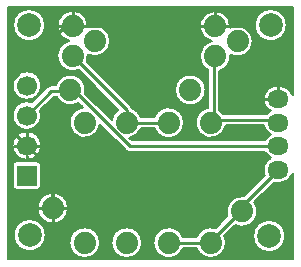
<source format=gbl>
G04 Layer: BottomLayer*
G04 EasyEDA Pro v2.2.40.8, 2025-10-31 20:04:37*
G04 Gerber Generator version 0.3*
G04 Scale: 100 percent, Rotated: No, Reflected: No*
G04 Dimensions in millimeters*
G04 Leading zeros omitted, absolute positions, 4 integers and 5 decimals*
G04 Generated by one-click*
%FSLAX45Y45*%
%MOMM*%
%ADD10C,0.2032*%
%ADD11C,0.254*%
%ADD12C,2.0*%
%ADD13C,1.8796*%
%ADD14R,1.7X1.7*%
%ADD15C,1.7*%
%ADD16C,1.88*%
%ADD17O,1.8022X1.5*%
%ADD18O,1.8X1.5*%
G75*


G04 Copper Start*
G36*
G01X-58340Y2185710D02*
G01X-58340Y1438606D01*
G01X-65880Y1457394D01*
G01X-76712Y1474497D01*
G01X-90475Y1489344D01*
G01X-106710Y1501439D01*
G01X-124874Y1510379D01*
G01X-144361Y1515865D01*
G01X-164521Y1517715D01*
G01X-194521Y1517715D01*
G01X-214332Y1515929D01*
G01X-233505Y1510631D01*
G01X-251421Y1501991D01*
G01X-267504Y1490286D01*
G01X-281236Y1475896D01*
G01X-292174Y1459282D01*
G01X-299965Y1440980D01*
G01X-304359Y1421580D01*
G01X-305213Y1401707D01*
G01X-302502Y1382002D01*
G01X-296311Y1363099D01*
G01X-286840Y1345607D01*
G01X-274395Y1330090D01*
G01X-259376Y1317048D01*
G01X-242268Y1306901D01*
G01X-255138Y1299666D01*
G01X-266932Y1290785D01*
G01X-277440Y1280414D01*
G01X-645808Y1280414D01*
G01X-655397Y1292625D01*
G01X-666375Y1303603D01*
G01X-678586Y1313192D01*
G01X-678586Y1644318D01*
G01X-657834Y1652531D01*
G01X-638796Y1664178D01*
G01X-622035Y1678913D01*
G01X-608046Y1696303D01*
G01X-597243Y1715831D01*
G01X-589945Y1736922D01*
G01X-586367Y1758951D01*
G01X-586617Y1781267D01*
G01X-566145Y1772464D01*
G01X-544469Y1767293D01*
G01X-522227Y1765906D01*
G01X-500076Y1768344D01*
G01X-478669Y1774534D01*
G01X-458636Y1784296D01*
G01X-440568Y1797341D01*
G01X-424998Y1813283D01*
G01X-412385Y1831655D01*
G01X-403100Y1851913D01*
G01X-397417Y1873461D01*
G01X-395504Y1895663D01*
G01X-397417Y1917866D01*
G01X-403100Y1939413D01*
G01X-412385Y1959672D01*
G01X-424998Y1978043D01*
G01X-440568Y1993986D01*
G01X-458636Y2007030D01*
G01X-478669Y2016792D01*
G01X-500076Y2022983D01*
G01X-522227Y2025421D01*
G01X-544469Y2024033D01*
G01X-566145Y2018862D01*
G01X-586617Y2010059D01*
G01X-586425Y2032000D01*
G01X-380314Y2032000D01*
G01X-378462Y2009646D01*
G01X-372955Y1987901D01*
G01X-363945Y1967360D01*
G01X-351676Y1948581D01*
G01X-336484Y1932078D01*
G01X-318783Y1918301D01*
G01X-299056Y1907625D01*
G01X-277840Y1900342D01*
G01X-255715Y1896650D01*
G01X-233284Y1896650D01*
G01X-211160Y1900342D01*
G01X-189944Y1907625D01*
G01X-170217Y1918301D01*
G01X-152516Y1932078D01*
G01X-137324Y1948581D01*
G01X-125055Y1967360D01*
G01X-116045Y1987901D01*
G01X-110538Y2009646D01*
G01X-108686Y2032000D01*
G01X-108686Y2032000D01*
G01X-110538Y2054354D01*
G01X-116045Y2076099D01*
G01X-125055Y2096640D01*
G01X-137324Y2115419D01*
G01X-152516Y2131922D01*
G01X-170217Y2145699D01*
G01X-189944Y2156375D01*
G01X-211160Y2163658D01*
G01X-233284Y2167350D01*
G01X-255715Y2167350D01*
G01X-277840Y2163658D01*
G01X-299056Y2156375D01*
G01X-318783Y2145699D01*
G01X-336484Y2131922D01*
G01X-351676Y2115419D01*
G01X-363945Y2096640D01*
G01X-372955Y2076099D01*
G01X-378462Y2054354D01*
G01X-380314Y2032000D01*
G01X-586425Y2032000D01*
G01X-586416Y2033001D01*
G01X-590257Y2055619D01*
G01X-598021Y2077208D01*
G01X-609465Y2097093D01*
G01X-624231Y2114652D01*
G01X-641857Y2129337D01*
G01X-661794Y2140689D01*
G01X-683419Y2148353D01*
G01X-706055Y2152091D01*
G01X-728995Y2151784D01*
G01X-751523Y2147443D01*
G01X-772935Y2139204D01*
G01X-792562Y2127323D01*
G01X-809790Y2112172D01*
G01X-824081Y2094225D01*
G01X-834989Y2074041D01*
G01X-842173Y2052253D01*
G01X-845409Y2029539D01*
G01X-844595Y2006611D01*
G01X-839757Y1984185D01*
G01X-831045Y1962961D01*
G01X-818733Y1943602D01*
G01X-803205Y1926713D01*
G01X-784946Y1912822D01*
G01X-764526Y1902363D01*
G01X-742584Y1895663D01*
G01X-764327Y1889043D01*
G01X-784582Y1878732D01*
G01X-802728Y1865045D01*
G01X-818209Y1848403D01*
G01X-830548Y1829315D01*
G01X-839369Y1808368D01*
G01X-844401Y1786203D01*
G01X-845488Y1763500D01*
G01X-842599Y1740955D01*
G01X-835821Y1719260D01*
G01X-825363Y1699081D01*
G01X-811545Y1681034D01*
G01X-794791Y1665676D01*
G01X-775614Y1653475D01*
G01X-775614Y1334219D01*
G01X-796580Y1328579D01*
G01X-816313Y1319524D01*
G01X-834261Y1307305D01*
G01X-849920Y1292266D01*
G01X-862854Y1274827D01*
G01X-872699Y1255476D01*
G01X-879181Y1234754D01*
G01X-882119Y1213242D01*
G01X-881429Y1191542D01*
G01X-877132Y1170259D01*
G01X-869347Y1149991D01*
G01X-858293Y1131305D01*
G01X-844278Y1114722D01*
G01X-827695Y1100707D01*
G01X-809008Y1089653D01*
G01X-788740Y1081868D01*
G01X-767458Y1077571D01*
G01X-745758Y1076881D01*
G01X-724245Y1079819D01*
G01X-703524Y1086301D01*
G01X-684173Y1096146D01*
G01X-666734Y1109080D01*
G01X-651695Y1124739D01*
G01X-639476Y1142687D01*
G01X-630420Y1162420D01*
G01X-624781Y1183386D01*
G01X-302811Y1183386D01*
G01X-296754Y1164143D01*
G01X-287308Y1146318D01*
G01X-274787Y1130500D01*
G01X-259606Y1117215D01*
G01X-242268Y1106901D01*
G01X-258321Y1097507D01*
G01X-272577Y1085559D01*
G01X-284633Y1071396D01*
G01X-294151Y1055415D01*
G01X-1418678Y1055415D01*
G01X-1441825Y1078563D01*
G01X-1420529Y1084096D01*
G01X-1400473Y1093147D01*
G01X-1382235Y1105456D01*
G01X-1366337Y1120669D01*
G01X-1353238Y1138348D01*
G01X-1343314Y1157986D01*
G01X-1228486Y1157986D01*
G01X-1218379Y1138052D01*
G01X-1205001Y1120148D01*
G01X-1188751Y1104805D01*
G01X-1170109Y1092476D01*
G01X-1149628Y1083529D01*
G01X-1127916Y1078228D01*
G01X-1105617Y1076730D01*
G01X-1083391Y1079080D01*
G01X-1061898Y1085208D01*
G01X-1041775Y1094932D01*
G01X-1023618Y1107964D01*
G01X-1007966Y1123918D01*
G01X-995283Y1142321D01*
G01X-985946Y1162627D01*
G01X-980230Y1184233D01*
G01X-978306Y1206500D01*
G01X-980230Y1228767D01*
G01X-985946Y1250373D01*
G01X-995283Y1270679D01*
G01X-1007966Y1289082D01*
G01X-1023618Y1305036D01*
G01X-1041775Y1318068D01*
G01X-1061898Y1327792D01*
G01X-1083391Y1333920D01*
G01X-1105617Y1336270D01*
G01X-1127916Y1334772D01*
G01X-1149628Y1329471D01*
G01X-1170109Y1320524D01*
G01X-1188751Y1308195D01*
G01X-1205001Y1292852D01*
G01X-1218379Y1274948D01*
G01X-1228486Y1255014D01*
G01X-1343314Y1255014D01*
G01X-1352903Y1274105D01*
G01X-1365494Y1291365D01*
G01X-1380745Y1306325D01*
G01X-1398244Y1318581D01*
G01X-1417517Y1327800D01*
G01X-1422298Y1338231D01*
G01X-1429395Y1347247D01*
G01X-1565508Y1483360D01*
G01X-1055014Y1483360D01*
G01X-1053042Y1460822D01*
G01X-1047186Y1438968D01*
G01X-1037625Y1418463D01*
G01X-1024648Y1399930D01*
G01X-1008650Y1383932D01*
G01X-990117Y1370955D01*
G01X-969612Y1361394D01*
G01X-947758Y1355538D01*
G01X-925220Y1353566D01*
G01X-902681Y1355538D01*
G01X-880828Y1361394D01*
G01X-860323Y1370955D01*
G01X-841790Y1383932D01*
G01X-825792Y1399930D01*
G01X-812815Y1418463D01*
G01X-803253Y1438968D01*
G01X-797398Y1460822D01*
G01X-795426Y1483360D01*
G01X-795426Y1483360D01*
G01X-797398Y1505898D01*
G01X-803253Y1527752D01*
G01X-812815Y1548257D01*
G01X-825792Y1566790D01*
G01X-841790Y1582788D01*
G01X-860323Y1595765D01*
G01X-880828Y1605326D01*
G01X-902681Y1611182D01*
G01X-925220Y1613154D01*
G01X-947758Y1611182D01*
G01X-969612Y1605326D01*
G01X-990117Y1595765D01*
G01X-1008650Y1582788D01*
G01X-1024648Y1566790D01*
G01X-1037625Y1548257D01*
G01X-1047186Y1527752D01*
G01X-1053042Y1505898D01*
G01X-1055014Y1483360D01*
G01X-1565508Y1483360D01*
G01X-1802799Y1720651D01*
G01X-1796027Y1741150D01*
G01X-1792747Y1762489D01*
G01X-1793049Y1784076D01*
G01X-1772577Y1775273D01*
G01X-1750901Y1770101D01*
G01X-1728659Y1768714D01*
G01X-1706508Y1771152D01*
G01X-1685101Y1777343D01*
G01X-1665068Y1787105D01*
G01X-1647000Y1800149D01*
G01X-1631430Y1816092D01*
G01X-1618817Y1834463D01*
G01X-1609532Y1854721D01*
G01X-1603849Y1876269D01*
G01X-1601936Y1898472D01*
G01X-1603849Y1920674D01*
G01X-1609532Y1942222D01*
G01X-1618817Y1962480D01*
G01X-1631430Y1980851D01*
G01X-1647000Y1996794D01*
G01X-1665068Y2009839D01*
G01X-1685101Y2019600D01*
G01X-1706508Y2025791D01*
G01X-1728659Y2028229D01*
G01X-1750901Y2026842D01*
G01X-1772577Y2021671D01*
G01X-1793049Y2012867D01*
G01X-1792848Y2035809D01*
G01X-1796689Y2058428D01*
G01X-1804453Y2080016D01*
G01X-1815897Y2099901D01*
G01X-1830663Y2117460D01*
G01X-1848290Y2132145D01*
G01X-1868227Y2143497D01*
G01X-1889851Y2151162D01*
G01X-1912487Y2154899D01*
G01X-1935427Y2154593D01*
G01X-1957955Y2150252D01*
G01X-1979367Y2142012D01*
G01X-1998994Y2130131D01*
G01X-2016222Y2114981D01*
G01X-2030513Y2097033D01*
G01X-2041421Y2076850D01*
G01X-2048606Y2055061D01*
G01X-2051841Y2032348D01*
G01X-2051027Y2009420D01*
G01X-2046189Y1986993D01*
G01X-2037477Y1965769D01*
G01X-2025165Y1946410D01*
G01X-2009637Y1929522D01*
G01X-1991378Y1915631D01*
G01X-1970958Y1905172D01*
G01X-1949016Y1898472D01*
G01X-1969730Y1892262D01*
G01X-1989125Y1882699D01*
G01X-2006664Y1870048D01*
G01X-2021858Y1854662D01*
G01X-2034288Y1836966D01*
G01X-2043606Y1817452D01*
G01X-2049556Y1796661D01*
G01X-2051971Y1775172D01*
G01X-2050784Y1753580D01*
G01X-2046029Y1732484D01*
G01X-2037838Y1712471D01*
G01X-2026437Y1694095D01*
G01X-2012144Y1677868D01*
G01X-1995355Y1664238D01*
G01X-1976536Y1653585D01*
G01X-1956210Y1646205D01*
G01X-1934940Y1642302D01*
G01X-1913318Y1641984D01*
G01X-1891943Y1645261D01*
G01X-1871408Y1652042D01*
G01X-1534591Y1315224D01*
G01X-1551461Y1302127D01*
G01X-1565954Y1286441D01*
G01X-1577679Y1268590D01*
G01X-1586318Y1249059D01*
G01X-1591637Y1228375D01*
G01X-1815270Y1452007D01*
G01X-1811767Y1473951D01*
G01X-1812060Y1496172D01*
G01X-1816138Y1518017D01*
G01X-1823883Y1538845D01*
G01X-1835068Y1558048D01*
G01X-1849364Y1575061D01*
G01X-1866353Y1589386D01*
G01X-1885537Y1600603D01*
G01X-1906353Y1608383D01*
G01X-1928191Y1612498D01*
G01X-1950410Y1612828D01*
G01X-1972361Y1609363D01*
G01X-1993398Y1602204D01*
G01X-2012906Y1591561D01*
G01X-2030313Y1577747D01*
G01X-2045108Y1561166D01*
G01X-2056858Y1542304D01*
G01X-2065218Y1521714D01*
G01X-2103164Y1521714D01*
G01X-2115720Y1520061D01*
G01X-2127421Y1515214D01*
G01X-2137468Y1507505D01*
G01X-2265560Y1379413D01*
G01X-2286643Y1385503D01*
G01X-2308479Y1387680D01*
G01X-2330349Y1385870D01*
G01X-2351531Y1380135D01*
G01X-2371326Y1370662D01*
G01X-2389081Y1357765D01*
G01X-2404210Y1341869D01*
G01X-2416214Y1323498D01*
G01X-2424697Y1303259D01*
G01X-2429379Y1281820D01*
G01X-2430105Y1259887D01*
G01X-2426852Y1238185D01*
G01X-2419728Y1217429D01*
G01X-2408966Y1198304D01*
G01X-2394922Y1181442D01*
G01X-2378059Y1167398D01*
G01X-2358935Y1156636D01*
G01X-2338179Y1149511D01*
G01X-2316476Y1146258D01*
G01X-2294544Y1146985D01*
G01X-2273104Y1151667D01*
G01X-2252865Y1160150D01*
G01X-2234495Y1172154D01*
G01X-2218599Y1187283D01*
G01X-2205702Y1205038D01*
G01X-2196229Y1224833D01*
G01X-2190493Y1246014D01*
G01X-2188684Y1267884D01*
G01X-2190860Y1289721D01*
G01X-2196951Y1310804D01*
G01X-2083069Y1424686D01*
G01X-2056995Y1424686D01*
G01X-2045764Y1406437D01*
G01X-2031683Y1390285D01*
G01X-2015137Y1376670D01*
G01X-1996576Y1365963D01*
G01X-1976507Y1358455D01*
G01X-1955475Y1354351D01*
G01X-1934056Y1353764D01*
G01X-1912831Y1356709D01*
G01X-1892380Y1363105D01*
G01X-1873261Y1372780D01*
G01X-1835731Y1335250D01*
G01X-1857460Y1330558D01*
G01X-1878070Y1322226D01*
G01X-1896956Y1310500D01*
G01X-1913564Y1295724D01*
G01X-1927406Y1278330D01*
G01X-1938078Y1258828D01*
G01X-1945265Y1237792D01*
G01X-1948758Y1215838D01*
G01X-1948452Y1193610D01*
G01X-1944359Y1171761D01*
G01X-1936596Y1150930D01*
G01X-1925393Y1131729D01*
G01X-1911078Y1114722D01*
G01X-1894071Y1100407D01*
G01X-1874870Y1089204D01*
G01X-1854039Y1081441D01*
G01X-1832189Y1077348D01*
G01X-1809961Y1077042D01*
G01X-1788007Y1080535D01*
G01X-1766971Y1087722D01*
G01X-1747470Y1098394D01*
G01X-1730076Y1112236D01*
G01X-1715300Y1128844D01*
G01X-1703574Y1147730D01*
G01X-1695242Y1168340D01*
G01X-1690550Y1190069D01*
G01X-1473078Y972597D01*
G01X-1463030Y964887D01*
G01X-1451330Y960041D01*
G01X-1438773Y958387D01*
G01X-294151Y958387D01*
G01X-284633Y942407D01*
G01X-272577Y928244D01*
G01X-258321Y916296D01*
G01X-242268Y906902D01*
G01X-258815Y897157D01*
G01X-273432Y884702D01*
G01X-285678Y869911D01*
G01X-295188Y853227D01*
G01X-301674Y835152D01*
G01X-304942Y816229D01*
G01X-304894Y797026D01*
G01X-301532Y778119D01*
G01X-294956Y760077D01*
G01X-470761Y584271D01*
G01X-492855Y585359D01*
G01X-514811Y582680D01*
G01X-535995Y576312D01*
G01X-555790Y566440D01*
G01X-573621Y553351D01*
G01X-588971Y537424D01*
G01X-601395Y519123D01*
G01X-610531Y498978D01*
G01X-616114Y477574D01*
G01X-617982Y455533D01*
G01X-616081Y433495D01*
G01X-610466Y412100D01*
G01X-709576Y312991D01*
G01X-730844Y318475D01*
G01X-752731Y320294D01*
G01X-774613Y318396D01*
G01X-795861Y312837D01*
G01X-815867Y303774D01*
G01X-834059Y291468D01*
G01X-849916Y276271D01*
G01X-862983Y258618D01*
G01X-872886Y239014D01*
G01X-987714Y239014D01*
G01X-997821Y258948D01*
G01X-1011198Y276852D01*
G01X-1027449Y292195D01*
G01X-1046091Y304524D01*
G01X-1066572Y313471D01*
G01X-1088283Y318772D01*
G01X-1110583Y320270D01*
G01X-1132809Y317920D01*
G01X-1154302Y311792D01*
G01X-1174425Y302068D01*
G01X-1192582Y289036D01*
G01X-1208234Y273082D01*
G01X-1220916Y254679D01*
G01X-1230254Y234373D01*
G01X-1235970Y212767D01*
G01X-1237894Y190500D01*
G01X-1235970Y168233D01*
G01X-1230254Y146627D01*
G01X-1220916Y126321D01*
G01X-1208234Y107918D01*
G01X-1192582Y91964D01*
G01X-1174425Y78932D01*
G01X-1154302Y69208D01*
G01X-1132809Y63080D01*
G01X-1110583Y60730D01*
G01X-1088283Y62228D01*
G01X-1066572Y67529D01*
G01X-1046091Y76476D01*
G01X-1027449Y88805D01*
G01X-1011198Y104148D01*
G01X-997821Y122052D01*
G01X-987714Y141986D01*
G01X-872886Y141986D01*
G01X-863537Y123290D01*
G01X-851309Y106338D01*
G01X-836517Y91568D01*
G01X-819547Y79364D01*
G01X-800837Y70043D01*
G01X-780874Y63845D01*
G01X-760175Y60933D01*
G01X-739277Y61381D01*
G01X-718722Y65178D01*
G01X-699043Y72226D01*
G01X-680750Y82340D01*
G01X-664319Y95261D01*
G01X-650174Y110651D01*
G01X-638683Y128112D01*
G01X-630145Y147191D01*
G01X-624779Y167394D01*
G01X-622726Y188196D01*
G01X-624039Y209057D01*
G01X-628684Y229438D01*
G01X-635555Y246380D01*
G01X-393014Y246380D01*
G01X-391162Y224026D01*
G01X-385655Y202281D01*
G01X-376645Y181740D01*
G01X-364376Y162961D01*
G01X-349184Y146458D01*
G01X-331483Y132681D01*
G01X-311756Y122005D01*
G01X-290540Y114722D01*
G01X-268415Y111030D01*
G01X-245984Y111030D01*
G01X-223860Y114722D01*
G01X-202644Y122005D01*
G01X-182917Y132681D01*
G01X-165216Y146458D01*
G01X-150024Y162961D01*
G01X-137755Y181740D01*
G01X-128745Y202281D01*
G01X-123238Y224026D01*
G01X-121386Y246380D01*
G01X-121386Y246380D01*
G01X-123238Y268734D01*
G01X-128745Y290479D01*
G01X-137755Y311020D01*
G01X-150024Y329799D01*
G01X-165216Y346302D01*
G01X-182917Y360079D01*
G01X-202644Y370755D01*
G01X-223860Y378038D01*
G01X-245984Y381730D01*
G01X-268415Y381730D01*
G01X-290540Y378038D01*
G01X-311756Y370755D01*
G01X-331483Y360079D01*
G01X-349184Y346302D01*
G01X-364376Y329799D01*
G01X-376645Y311020D01*
G01X-385655Y290479D01*
G01X-391162Y268734D01*
G01X-393014Y246380D01*
G01X-635555Y246380D01*
G01X-636540Y248808D01*
G01X-545959Y339389D01*
G01X-525806Y331391D01*
G01X-504602Y326860D01*
G01X-482940Y325921D01*
G01X-461423Y328600D01*
G01X-440653Y334824D01*
G01X-421209Y344417D01*
G01X-403632Y357114D01*
G01X-388414Y372559D01*
G01X-375979Y390321D01*
G01X-366673Y409905D01*
G01X-360758Y430765D01*
G01X-358396Y452319D01*
G01X-359656Y473965D01*
G01X-364500Y495099D01*
G01X-372795Y515133D01*
G01X-384308Y533506D01*
G01X-218991Y698823D01*
G01X-206832Y696774D01*
G01X-194521Y696088D01*
G01X-164521Y696088D01*
G01X-144361Y697937D01*
G01X-124874Y703423D01*
G01X-106710Y712363D01*
G01X-90475Y724458D01*
G01X-76712Y739305D01*
G01X-65880Y756408D01*
G01X-58340Y775197D01*
G01X-58340Y48514D01*
G01X-2465250Y48514D01*
G01X-2465250Y254000D01*
G01X-2421361Y254000D01*
G01X-2419508Y231646D01*
G01X-2414002Y209901D01*
G01X-2404992Y189360D01*
G01X-2392723Y170581D01*
G01X-2377531Y154078D01*
G01X-2359830Y140301D01*
G01X-2340102Y129625D01*
G01X-2318887Y122342D01*
G01X-2296762Y118650D01*
G01X-2274331Y118650D01*
G01X-2252206Y122342D01*
G01X-2230991Y129625D01*
G01X-2211263Y140301D01*
G01X-2193562Y154078D01*
G01X-2178370Y170581D01*
G01X-2166102Y189360D01*
G01X-2165602Y190500D01*
G01X-1949094Y190500D01*
G01X-1947122Y167962D01*
G01X-1941266Y146108D01*
G01X-1931705Y125603D01*
G01X-1918728Y107070D01*
G01X-1902730Y91072D01*
G01X-1884197Y78095D01*
G01X-1863692Y68534D01*
G01X-1841838Y62678D01*
G01X-1819300Y60706D01*
G01X-1819300Y60706D01*
G01X-1796761Y62678D01*
G01X-1774908Y68534D01*
G01X-1754403Y78095D01*
G01X-1735870Y91072D01*
G01X-1719872Y107070D01*
G01X-1706895Y125603D01*
G01X-1697333Y146108D01*
G01X-1691478Y167962D01*
G01X-1689506Y190500D01*
G01X-1593494Y190500D01*
G01X-1591522Y167962D01*
G01X-1585666Y146108D01*
G01X-1576105Y125603D01*
G01X-1563128Y107070D01*
G01X-1547130Y91072D01*
G01X-1528597Y78095D01*
G01X-1508092Y68534D01*
G01X-1486238Y62678D01*
G01X-1463700Y60706D01*
G01X-1441161Y62678D01*
G01X-1419308Y68534D01*
G01X-1398803Y78095D01*
G01X-1380270Y91072D01*
G01X-1364272Y107070D01*
G01X-1351295Y125603D01*
G01X-1341733Y146108D01*
G01X-1335878Y167962D01*
G01X-1333906Y190500D01*
G01X-1335878Y213038D01*
G01X-1341733Y234892D01*
G01X-1351295Y255397D01*
G01X-1364272Y273930D01*
G01X-1380270Y289928D01*
G01X-1398803Y302905D01*
G01X-1419308Y312466D01*
G01X-1441161Y318322D01*
G01X-1463700Y320294D01*
G01X-1463700Y320294D01*
G01X-1486238Y318322D01*
G01X-1508092Y312466D01*
G01X-1528597Y302905D01*
G01X-1547130Y289928D01*
G01X-1563128Y273930D01*
G01X-1576105Y255397D01*
G01X-1585666Y234892D01*
G01X-1591522Y213038D01*
G01X-1593494Y190500D01*
G01X-1689506Y190500D01*
G01X-1689506Y190500D01*
G01X-1691478Y213038D01*
G01X-1697333Y234892D01*
G01X-1706895Y255397D01*
G01X-1719872Y273930D01*
G01X-1735870Y289928D01*
G01X-1754403Y302905D01*
G01X-1774908Y312466D01*
G01X-1796761Y318322D01*
G01X-1819300Y320294D01*
G01X-1841838Y318322D01*
G01X-1863692Y312466D01*
G01X-1884197Y302905D01*
G01X-1902730Y289928D01*
G01X-1918728Y273930D01*
G01X-1931705Y255397D01*
G01X-1941266Y234892D01*
G01X-1947122Y213038D01*
G01X-1949094Y190500D01*
G01X-2165602Y190500D01*
G01X-2157091Y209901D01*
G01X-2151585Y231646D01*
G01X-2149733Y254000D01*
G01X-2149733Y254000D01*
G01X-2151585Y276354D01*
G01X-2157091Y298099D01*
G01X-2166102Y318640D01*
G01X-2178370Y337419D01*
G01X-2193562Y353922D01*
G01X-2211263Y367699D01*
G01X-2230991Y378375D01*
G01X-2252206Y385658D01*
G01X-2274331Y389350D01*
G01X-2296762Y389350D01*
G01X-2318887Y385658D01*
G01X-2340102Y378375D01*
G01X-2359830Y367699D01*
G01X-2377531Y353922D01*
G01X-2392723Y337419D01*
G01X-2404992Y318640D01*
G01X-2414002Y298099D01*
G01X-2419508Y276354D01*
G01X-2421361Y254000D01*
G01X-2465250Y254000D01*
G01X-2465250Y482610D01*
G01X-2219424Y482610D01*
G01X-2217452Y460068D01*
G01X-2211595Y438211D01*
G01X-2202032Y417703D01*
G01X-2189053Y399168D01*
G01X-2173053Y383167D01*
G01X-2154517Y370188D01*
G01X-2134009Y360625D01*
G01X-2112152Y354769D01*
G01X-2089610Y352796D01*
G01X-2067068Y354769D01*
G01X-2045211Y360625D01*
G01X-2024703Y370188D01*
G01X-2006167Y383167D01*
G01X-1990167Y399168D01*
G01X-1977188Y417703D01*
G01X-1967625Y438211D01*
G01X-1961768Y460068D01*
G01X-1959796Y482610D01*
G01X-1961768Y505152D01*
G01X-1967625Y527009D01*
G01X-1977188Y547517D01*
G01X-1990167Y566053D01*
G01X-2006167Y582054D01*
G01X-2024703Y595033D01*
G01X-2045211Y604596D01*
G01X-2067068Y610452D01*
G01X-2089610Y612424D01*
G01X-2112152Y610452D01*
G01X-2134009Y604596D01*
G01X-2154517Y595033D01*
G01X-2173053Y582054D01*
G01X-2189053Y566053D01*
G01X-2202032Y547517D01*
G01X-2211595Y527009D01*
G01X-2217452Y505152D01*
G01X-2219424Y482610D01*
G01X-2219424Y482610D01*
G01X-2465250Y482610D01*
G01X-2465250Y843870D01*
G01X-2430307Y843870D01*
G01X-2430307Y673870D01*
G01X-2428554Y662803D01*
G01X-2423467Y652819D01*
G01X-2415544Y644896D01*
G01X-2405560Y639809D01*
G01X-2394493Y638056D01*
G01X-2224494Y638056D01*
G01X-2213427Y639809D01*
G01X-2203443Y644896D01*
G01X-2195520Y652819D01*
G01X-2190433Y662803D01*
G01X-2188680Y673870D01*
G01X-2188680Y843870D01*
G01X-2188680Y843870D01*
G01X-2190433Y854937D01*
G01X-2195520Y864921D01*
G01X-2203443Y872844D01*
G01X-2213427Y877931D01*
G01X-2224494Y879684D01*
G01X-2394493Y879684D01*
G01X-2405560Y877931D01*
G01X-2415544Y872844D01*
G01X-2423467Y864921D01*
G01X-2428554Y854937D01*
G01X-2430307Y843870D01*
G01X-2465250Y843870D01*
G01X-2465250Y1012870D01*
G01X-2430307Y1012870D01*
G01X-2428472Y991891D01*
G01X-2423021Y971549D01*
G01X-2414121Y952463D01*
G01X-2402042Y935213D01*
G01X-2387151Y920321D01*
G01X-2369900Y908242D01*
G01X-2350814Y899342D01*
G01X-2330473Y893892D01*
G01X-2309493Y892056D01*
G01X-2309493Y892056D01*
G01X-2288514Y893892D01*
G01X-2268173Y899342D01*
G01X-2249087Y908242D01*
G01X-2231836Y920321D01*
G01X-2216945Y935213D01*
G01X-2204866Y952463D01*
G01X-2195966Y971549D01*
G01X-2190515Y991891D01*
G01X-2188680Y1012870D01*
G01X-2190515Y1033849D01*
G01X-2195966Y1054191D01*
G01X-2204866Y1073277D01*
G01X-2216945Y1090528D01*
G01X-2231836Y1105419D01*
G01X-2249087Y1117498D01*
G01X-2268173Y1126398D01*
G01X-2288514Y1131849D01*
G01X-2309493Y1133684D01*
G01X-2330473Y1131849D01*
G01X-2350814Y1126398D01*
G01X-2369900Y1117498D01*
G01X-2387151Y1105419D01*
G01X-2402042Y1090528D01*
G01X-2414121Y1073277D01*
G01X-2423021Y1054191D01*
G01X-2428472Y1033849D01*
G01X-2430307Y1012870D01*
G01X-2465250Y1012870D01*
G01X-2465250Y1520870D01*
G01X-2430307Y1520870D01*
G01X-2428472Y1499891D01*
G01X-2423021Y1479549D01*
G01X-2414121Y1460463D01*
G01X-2402042Y1443213D01*
G01X-2387151Y1428321D01*
G01X-2369900Y1416242D01*
G01X-2350814Y1407342D01*
G01X-2330473Y1401892D01*
G01X-2309493Y1400056D01*
G01X-2309493Y1400056D01*
G01X-2288514Y1401892D01*
G01X-2268173Y1407342D01*
G01X-2249087Y1416242D01*
G01X-2231836Y1428321D01*
G01X-2216945Y1443213D01*
G01X-2204866Y1460463D01*
G01X-2195966Y1479549D01*
G01X-2190515Y1499891D01*
G01X-2188680Y1520870D01*
G01X-2190515Y1541849D01*
G01X-2195966Y1562191D01*
G01X-2204866Y1581277D01*
G01X-2216945Y1598528D01*
G01X-2231836Y1613419D01*
G01X-2249087Y1625498D01*
G01X-2268173Y1634398D01*
G01X-2288514Y1639849D01*
G01X-2309493Y1641684D01*
G01X-2330473Y1639849D01*
G01X-2350814Y1634398D01*
G01X-2369900Y1625498D01*
G01X-2387151Y1613419D01*
G01X-2402042Y1598528D01*
G01X-2414121Y1581277D01*
G01X-2423021Y1562191D01*
G01X-2428472Y1541849D01*
G01X-2430307Y1520870D01*
G01X-2465250Y1520870D01*
G01X-2465250Y2032000D01*
G01X-2425014Y2032000D01*
G01X-2423162Y2009646D01*
G01X-2417655Y1987901D01*
G01X-2408645Y1967360D01*
G01X-2396376Y1948581D01*
G01X-2381184Y1932078D01*
G01X-2363483Y1918301D01*
G01X-2343756Y1907625D01*
G01X-2322540Y1900342D01*
G01X-2300415Y1896650D01*
G01X-2277984Y1896650D01*
G01X-2255860Y1900342D01*
G01X-2234644Y1907625D01*
G01X-2214917Y1918301D01*
G01X-2197216Y1932078D01*
G01X-2182024Y1948581D01*
G01X-2169755Y1967360D01*
G01X-2160745Y1987901D01*
G01X-2155238Y2009646D01*
G01X-2153386Y2032000D01*
G01X-2153386Y2032000D01*
G01X-2155238Y2054354D01*
G01X-2160745Y2076099D01*
G01X-2169755Y2096640D01*
G01X-2182024Y2115419D01*
G01X-2197216Y2131922D01*
G01X-2214917Y2145699D01*
G01X-2234644Y2156375D01*
G01X-2255860Y2163658D01*
G01X-2277984Y2167350D01*
G01X-2300415Y2167350D01*
G01X-2322540Y2163658D01*
G01X-2343756Y2156375D01*
G01X-2363483Y2145699D01*
G01X-2381184Y2131922D01*
G01X-2396376Y2115419D01*
G01X-2408645Y2096640D01*
G01X-2417655Y2076099D01*
G01X-2423162Y2054354D01*
G01X-2425014Y2032000D01*
G01X-2465250Y2032000D01*
G01X-2465250Y2185710D01*
G01X-58340Y2185710D01*
G37*
G54D10*
G01X-58340Y2185710D02*
G01X-58340Y1438606D01*
G03X-164521Y1517715I-106181J-31705D01*
G01X-194521Y1517715D01*
G03X-242268Y1306901I0J-110814D01*
G03X-277440Y1280414I47747J-100000D01*
G01X-645808Y1280414D01*
G03X-678586Y1313192I-106692J-73914D01*
G01X-678586Y1644318D01*
G03X-586617Y1781267I-37212J124345D01*
G03X-395504Y1895663I61319J114396D01*
G03X-586617Y2010059I-129794J0D01*
G03X-792562Y2127323I-129180J12604D01*
G03X-742584Y1895663I76764J-104660D01*
G03X-775614Y1653475I26786J-127000D01*
G01X-775614Y1334219D01*
G03X-844278Y1114722I23114J-127719D01*
G03X-624781Y1183386I91778J91778D01*
G01X-302811Y1183386D01*
G03X-242268Y1106901I108290J23515D01*
G03X-294151Y1055415I47747J-100000D01*
G01X-1418678Y1055415D01*
G01X-1441825Y1078563D01*
G03X-1343314Y1157986I-21875J127937D01*
G01X-1228486Y1157986D01*
G03X-978306Y1206500I120386J48514D01*
G03X-1228486Y1255014I-129794J0D01*
G01X-1343314Y1255014D01*
G03X-1417517Y1327800I-120386J-48514D01*
G03X-1429395Y1347247I-46183J-14857D01*
G01X-1802799Y1720651D01*
G03X-1793049Y1784076I-119430J50821D01*
G03X-1601936Y1898472I61319J114396D01*
G03X-1793049Y2012867I-129794J0D01*
G03X-1998994Y2130131I-129180J12604D01*
G03X-1949016Y1898472I76764J-104660D01*
G03X-2046029Y1732484I26786J-127000D01*
G03X-1871408Y1652042I123800J38988D01*
G01X-1534591Y1315224D01*
G03X-1591637Y1228375I70891J-108724D01*
G01X-1815270Y1452007D01*
G03X-1906353Y1608383I-125950J31353D01*
G03X-2065218Y1521714I-34867J-125023D01*
G01X-2103164Y1521714D01*
G03X-2137468Y1507505I0J-48514D01*
G01X-2265560Y1379413D01*
G03X-2394922Y1181442I-43933J-112543D01*
G03X-2196951Y1310804I85428J85428D01*
G01X-2083069Y1424686D01*
G01X-2056995Y1424686D01*
G03X-1873261Y1372780I115775J58674D01*
G01X-1835731Y1335250D01*
G03X-1911078Y1114722I16431J-128750D01*
G03X-1690550Y1190069I91778J91778D01*
G01X-1473078Y972597D01*
G03X-1438773Y958387I34305J34305D01*
G01X-294151Y958387D01*
G03X-242268Y906902I99630J48514D01*
G03X-294956Y760077I47747J-100000D01*
G01X-470761Y584271D01*
G03X-610466Y412100I-17407J-128642D01*
G01X-709576Y312991D01*
G03X-872886Y239014I-42924J-122491D01*
G01X-987714Y239014D01*
G03X-1237894Y190500I-120386J-48514D01*
G03X-987714Y141986I129794J0D01*
G01X-872886Y141986D01*
G03X-699043Y72226I120386J48514D01*
G03X-636540Y248808I-53457J118274D01*
G01X-545959Y339389D01*
G03X-384308Y533506I57791J116240D01*
G01X-218991Y698823D01*
G03X-194521Y696088I24469J108078D01*
G01X-164521Y696088D01*
G03X-58340Y775197I0J110814D01*
G01X-58340Y48514D01*
G01X-2465250Y48514D01*
G01X-2465250Y2185710D01*
G01X-58340Y2185710D01*
G01X-2188680Y843870D02*
G03X-2224494Y879684I-35814J0D01*
G01X-2394493Y879684D01*
G03X-2430307Y843870I0J-35814D01*
G01X-2430307Y673870D01*
G03X-2394493Y638056I35814J0D01*
G01X-2224494Y638056D01*
G03X-2188680Y673870I0J35814D01*
G01X-2188680Y843870D01*
G01X-2309493Y1400056D02*
G03X-2309493Y1641684I0J120814D01*
G03X-2309493Y1400056I0J-120814D01*
G01X-2309493Y892056D02*
G03X-2309493Y1133684I0J120814D01*
G03X-2309493Y892056I0J-120814D01*
G01X-2153386Y2032000D02*
G03X-2425014Y2032000I-135814J0D01*
G03X-2153386Y2032000I135814J0D01*
G01X-2149733Y254000D02*
G03X-2421361Y254000I-135814J0D01*
G03X-2149733Y254000I135814J0D01*
G01X-2219424Y482610D02*
G03X-1959796Y482610I129814J0D01*
G03X-2219424Y482610I-129814J0D01*
G01X-1819300Y60706D02*
G03X-1819300Y320294I0J129794D01*
G03X-1819300Y60706I0J-129794D01*
G01X-1463700Y320294D02*
G03X-1463700Y60706I0J-129794D01*
G03X-1463700Y320294I0J129794D01*
G01X-795426Y1483360D02*
G03X-1055014Y1483360I-129794J0D01*
G03X-795426Y1483360I129794J0D01*
G01X-121386Y246380D02*
G03X-393014Y246380I-135814J0D01*
G03X-121386Y246380I135814J0D01*
G01X-108686Y2032000D02*
G03X-380314Y2032000I-135814J0D01*
G03X-108686Y2032000I135814J0D01*
G54D11*
G01X-2309493Y928124D02*
G01X-2309493Y902216D01*
G01X-2309493Y1097616D02*
G01X-2309493Y1123524D01*
G01X-2394239Y1012870D02*
G01X-2420147Y1012870D01*
G01X-2224748Y1012870D02*
G01X-2198840Y1012870D01*
G01X-2183356Y482610D02*
G01X-2209264Y482610D01*
G01X-1995864Y482610D02*
G01X-1969956Y482610D01*
G01X-2089610Y576356D02*
G01X-2089610Y602264D01*
G01X-2089610Y388864D02*
G01X-2089610Y362956D01*
G01X-1922230Y2119197D02*
G01X-1922230Y2145105D01*
G01X-1828504Y2025471D02*
G01X-1802596Y2025471D01*
G01X-2015955Y2025471D02*
G01X-2041863Y2025471D01*
G01X-715797Y2116389D02*
G01X-715797Y2142297D01*
G01X-622072Y2022663D02*
G01X-596164Y2022663D01*
G01X-809523Y2022663D02*
G01X-835431Y2022663D01*
G01X-179521Y1481647D02*
G01X-179521Y1507555D01*
G01X-269267Y1406901D02*
G01X-295175Y1406901D01*
G04 Copper End*

G04 Pad Start*
G54D12*
G01X-2285547Y254000D03*
G01X-257200Y246380D03*
G01X-244500Y2032000D03*
G01X-2289200Y2032000D03*
G54D13*
G01X-1463700Y1206500D03*
G01X-1463700Y190500D03*
G01X-1108100Y1206500D03*
G01X-1108100Y190500D03*
G01X-925220Y1483360D03*
G01X-1941220Y1483360D03*
G01X-752500Y1206500D03*
G01X-752500Y190500D03*
G01X-1819300Y190500D03*
G01X-1819300Y1206500D03*
G54D14*
G01X-2309493Y758870D03*
G54D15*
G01X-2309493Y1012870D03*
G01X-2309493Y1266870D03*
G01X-2309493Y1520870D03*
G54D16*
G01X-488168Y455629D03*
G01X-2089610Y482610D03*
G54D18*
G01X-179521Y806902D03*
G01X-179521Y1006901D03*
G01X-179521Y1206901D03*
G01X-179521Y1406901D03*
G54D13*
G01X-1922230Y1771472D03*
G01X-1731730Y1898472D03*
G01X-1922230Y2025471D03*
G01X-715797Y1768663D03*
G01X-525298Y1895663D03*
G01X-715797Y2022663D03*
G04 Pad End*

G04 Track Start*
G54D11*
G01X-1463700Y1206500D02*
G01X-1108100Y1206500D01*
G01X-1463700Y1206500D02*
G01X-1463700Y1312942D01*
G01X-1922230Y1771472D01*
G01X-1941220Y1473200D02*
G01X-2103164Y1473200D01*
G01X-2309493Y1266870D01*
G01X-1941220Y1473200D02*
G01X-1905072Y1473200D01*
G01X-1438773Y1006901D01*
G01X-179521Y1006901D01*
G01X-1108100Y190500D02*
G01X-752500Y190500D01*
G01X-752500Y201458D01*
G01X-488168Y465789D01*
G01X-488168Y498255D01*
G01X-179521Y806902D01*
G01X-752500Y1206500D02*
G01X-727100Y1231900D01*
G01X-727100Y1757361D01*
G01X-715797Y1768663D01*
G01X-727100Y1231900D02*
G01X-204520Y1231900D01*
G01X-179521Y1206901D01*
G01X-2309493Y1012870D02*
G01X-2099770Y803147D01*
G01X-2099770Y502930D01*
G01X-2309493Y1012870D02*
G01X-2436493Y1139870D01*
G01X-2436493Y1571670D01*
G01X-1982692Y2025471D01*
G01X-1922230Y2025471D01*
G01X-718606Y2025471D01*
G01X-715797Y2022663D01*
G01X-461797Y2022663D01*
G01X-179521Y1740387D01*
G01X-179521Y1406901D01*
G04 Track End*

M02*


</source>
